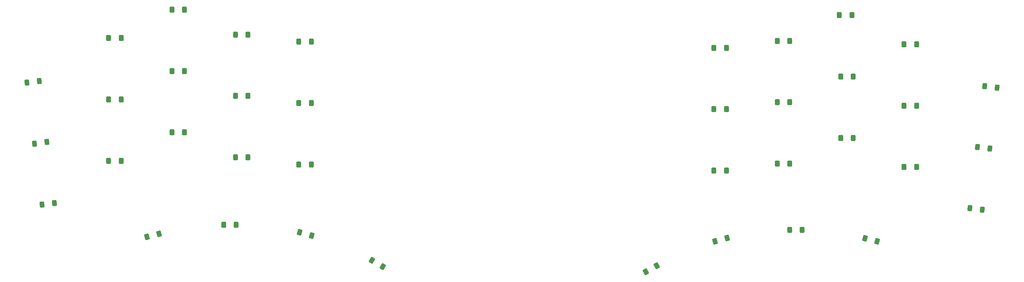
<source format=gbp>
G04 #@! TF.GenerationSoftware,KiCad,Pcbnew,9.0.4*
G04 #@! TF.CreationDate,2025-09-15T12:20:14-04:00*
G04 #@! TF.ProjectId,zen,7a656e2e-6b69-4636-9164-5f7063625858,rev?*
G04 #@! TF.SameCoordinates,Original*
G04 #@! TF.FileFunction,Paste,Bot*
G04 #@! TF.FilePolarity,Positive*
%FSLAX46Y46*%
G04 Gerber Fmt 4.6, Leading zero omitted, Abs format (unit mm)*
G04 Created by KiCad (PCBNEW 9.0.4) date 2025-09-15 12:20:14*
%MOMM*%
%LPD*%
G01*
G04 APERTURE LIST*
G04 Aperture macros list*
%AMRoundRect*
0 Rectangle with rounded corners*
0 $1 Rounding radius*
0 $2 $3 $4 $5 $6 $7 $8 $9 X,Y pos of 4 corners*
0 Add a 4 corners polygon primitive as box body*
4,1,4,$2,$3,$4,$5,$6,$7,$8,$9,$2,$3,0*
0 Add four circle primitives for the rounded corners*
1,1,$1+$1,$2,$3*
1,1,$1+$1,$4,$5*
1,1,$1+$1,$6,$7*
1,1,$1+$1,$8,$9*
0 Add four rect primitives between the rounded corners*
20,1,$1+$1,$2,$3,$4,$5,0*
20,1,$1+$1,$4,$5,$6,$7,0*
20,1,$1+$1,$6,$7,$8,$9,0*
20,1,$1+$1,$8,$9,$2,$3,0*%
G04 Aperture macros list end*
%ADD10RoundRect,0.250000X-0.231079X-0.683083X0.541662X-0.476028X0.231079X0.683083X-0.541662X0.476028X0*%
%ADD11RoundRect,0.250000X-0.400000X-0.600000X0.400000X-0.600000X0.400000X0.600000X-0.400000X0.600000X0*%
%ADD12RoundRect,0.250000X-0.541662X-0.476028X0.231079X-0.683083X0.541662X0.476028X-0.231079X0.683083X0*%
%ADD13RoundRect,0.250000X-0.046410X-0.719615X0.646410X-0.319615X0.046410X0.719615X-0.646410X0.319615X0*%
%ADD14RoundRect,0.250000X-0.323897X-0.644275X0.470140X-0.546780X0.323897X0.644275X-0.470140X0.546780X0*%
%ADD15RoundRect,0.250000X-0.470140X-0.546780X0.323897X-0.644275X0.470140X0.546780X-0.323897X0.644275X0*%
%ADD16RoundRect,0.250000X-0.646410X-0.319615X0.046410X-0.719615X0.646410X0.319615X-0.046410X0.719615X0*%
G04 APERTURE END LIST*
D10*
X119784959Y-162190734D03*
X116404219Y-163096600D03*
D11*
X137890000Y-159650000D03*
X141390000Y-159650000D03*
D12*
X159144286Y-161830621D03*
X162525026Y-162736487D03*
D13*
X259120545Y-171151379D03*
X256089457Y-172901379D03*
D10*
X278890979Y-163398919D03*
X275510239Y-164304785D03*
D14*
X86274507Y-119309564D03*
X82800595Y-119736106D03*
X88376754Y-136430985D03*
X84902842Y-136857527D03*
X90479000Y-153552406D03*
X87005088Y-153978948D03*
D12*
X320882903Y-164364785D03*
X317502163Y-163458919D03*
D15*
X350314710Y-155406114D03*
X346840798Y-154979572D03*
X354519203Y-121163271D03*
X351045291Y-120736729D03*
X352416956Y-138284692D03*
X348943044Y-137858150D03*
D11*
X162430000Y-142715677D03*
X158930000Y-142715677D03*
X331930000Y-108950000D03*
X328430000Y-108950000D03*
X126930000Y-116495677D03*
X123430000Y-116495677D03*
X313804220Y-100750000D03*
X310304220Y-100750000D03*
X299880000Y-161090000D03*
X296380000Y-161090000D03*
X126930000Y-133715677D03*
X123430000Y-133715677D03*
X109180000Y-107215677D03*
X105680000Y-107215677D03*
X144680000Y-106215677D03*
X141180000Y-106215677D03*
X314180000Y-118000000D03*
X310680000Y-118000000D03*
X296430000Y-125250000D03*
X292930000Y-125250000D03*
X162430000Y-125465677D03*
X158930000Y-125465677D03*
X144680000Y-123465677D03*
X141180000Y-123465677D03*
X278680000Y-144440000D03*
X275180000Y-144440000D03*
X278680000Y-109940000D03*
X275180000Y-109940000D03*
X296430000Y-142500000D03*
X292930000Y-142500000D03*
X162430000Y-108215677D03*
X158930000Y-108215677D03*
X109180000Y-124465677D03*
X105680000Y-124465677D03*
X314180000Y-135250000D03*
X310680000Y-135250000D03*
X126930000Y-99215677D03*
X123430000Y-99215677D03*
X331930000Y-126200000D03*
X328430000Y-126200000D03*
X109180000Y-141715677D03*
X105680000Y-141715677D03*
X296430000Y-108000000D03*
X292930000Y-108000000D03*
D16*
X179397687Y-169682341D03*
X182428775Y-171432341D03*
D11*
X278680000Y-127190000D03*
X275180000Y-127190000D03*
X331930000Y-143450000D03*
X328430000Y-143450000D03*
X144680000Y-140715677D03*
X141180000Y-140715677D03*
M02*

</source>
